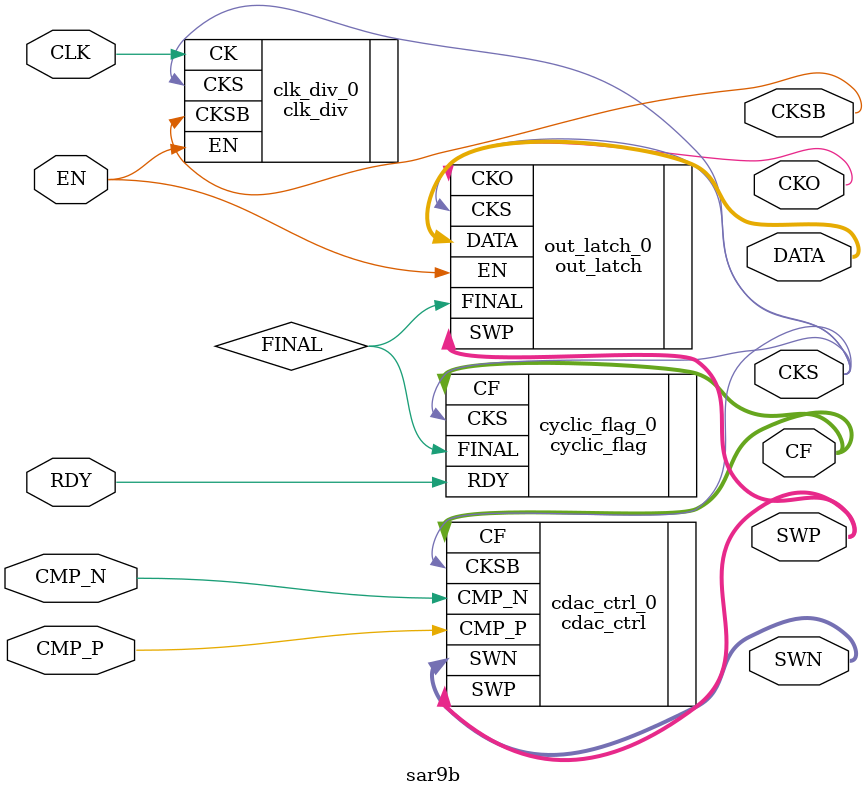
<source format=v>
`timescale 1ns / 1ps


module sar9b(
    input EN,
    input CLK,
    input RDY,
    input CMP_P,
    input CMP_N,
    output CKS,
    output CKSB,
    output [0:8] CF,
    output [0:8] SWP,
    output [0:8] SWN,
    output [0:8] DATA,
    output CKO
    );
    wire FINAL;
    clk_div clk_div_0 (.CK(CLK), .EN(EN), .CKS(CKS), .CKSB(CKSB));
    cyclic_flag cyclic_flag_0(.RDY(RDY), .CKS(CKS), .FINAL(FINAL), .CF(CF));
    cdac_ctrl cdac_ctrl_0(.CF(CF), .CKSB(CKS), .CMP_P(CMP_P), .CMP_N(CMP_N), .SWP(SWP), .SWN(SWN));
    out_latch out_latch_0(.FINAL(FINAL), .CKS(CKS), .EN(EN), .SWP(SWP), .CKO(CKO), .DATA(DATA));
endmodule

</source>
